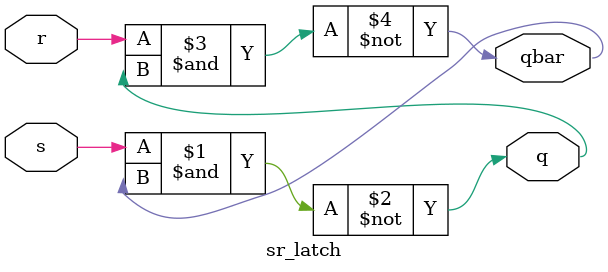
<source format=v>
module sr_latch(output q,qbar,input s,r);

nand n1(q,s,qbar);
nand n2(qbar,r,q);

endmodule

</source>
